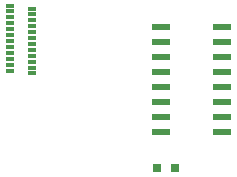
<source format=gbr>
G04 #@! TF.FileFunction,Paste,Top*
%FSLAX46Y46*%
G04 Gerber Fmt 4.6, Leading zero omitted, Abs format (unit mm)*
G04 Created by KiCad (PCBNEW 4.0.4-stable) date 07/11/17 15:37:42*
%MOMM*%
%LPD*%
G01*
G04 APERTURE LIST*
%ADD10C,0.100000*%
%ADD11R,0.800000X0.750000*%
%ADD12R,1.500000X0.600000*%
%ADD13R,0.700000X0.300000*%
G04 APERTURE END LIST*
D10*
D11*
X19750000Y34125000D03*
X21250000Y34125000D03*
D12*
X20085000Y37180000D03*
X25285000Y37180000D03*
X20085000Y38450000D03*
X25285000Y38450000D03*
X20085000Y39720000D03*
X25285000Y39720000D03*
X20085000Y40990000D03*
X25285000Y40990000D03*
X20085000Y42260000D03*
X25285000Y42260000D03*
X20085000Y43530000D03*
X25285000Y43530000D03*
X20085000Y44800000D03*
X25285000Y44800000D03*
X20085000Y46070000D03*
X25285000Y46070000D03*
D13*
X9209000Y47655000D03*
X9209000Y47155000D03*
X9209000Y46655000D03*
X9209000Y46155000D03*
X9209000Y45655000D03*
X9209000Y45155000D03*
X9209000Y44655000D03*
X9209000Y44155000D03*
X9209000Y43655000D03*
X9209000Y43155000D03*
X9209000Y42655000D03*
X9209000Y42155000D03*
X7299000Y42405000D03*
X7299000Y42905000D03*
X7299000Y43405000D03*
X7299000Y43905000D03*
X7299000Y44405000D03*
X7299000Y44905000D03*
X7299000Y45405000D03*
X7299000Y45905000D03*
X7299000Y46405000D03*
X7299000Y46905000D03*
X7299000Y47405000D03*
X7299000Y47905000D03*
M02*

</source>
